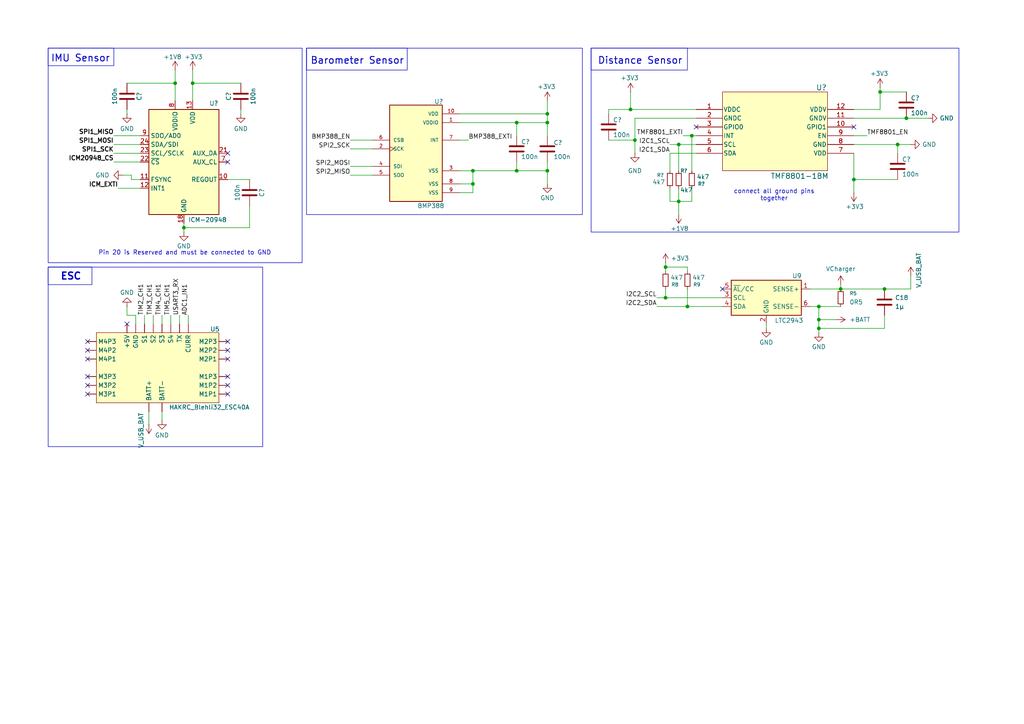
<source format=kicad_sch>
(kicad_sch (version 20250114) (generator "eeschema") (generator_version "9.0")
  (paper "A4")
  (lib_symbols
    (symbol "Battery_Management:LTC2942"
      (property "Reference" "U" (at -10.16 6.35 0))
      (property "Value" "LTC2942" (at 10.16 6.35 0))
      (symbol "LTC2942_0_1"
        (rectangle (start -10.16 5.08) (end 10.16 -5.08) (stroke (width 0.254)) (fill (type background)))
      )
      (symbol "LTC2942_1_1"
        (pin bidirectional line (at -12.7 2.54 0) (length 2.54) (name "~{AL}/CC") (number "5"))
        (pin input line (at -12.7 0 0) (length 2.54) (name "SCL") (number "3"))
        (pin bidirectional line (at -12.7 -2.54 0) (length 2.54) (name "SDA") (number "4"))
        (pin power_in line (at 0 -7.62 90) (length 2.54) (name "GND") (number "2"))
        (pin passive line (at 12.7 2.54 180) (length 2.54) (name "SENSE+") (number "1"))
        (pin passive line (at 12.7 -2.54 180) (length 2.54) (name "SENSE-") (number "6"))
      )
    )
    (symbol "Device:C" (pin_numbers (hide yes)) (pin_names (offset 0.254))
      (property "Reference" "C" (at 0.635 2.54 0))
      (property "Value" "C" (at 0.635 -2.54 0))
      (symbol "C_0_1"
        (polyline (pts (xy -2.032 0.762) (xy 2.032 0.762)) (stroke (width 0.508)))
        (polyline (pts (xy -2.032 -0.762) (xy 2.032 -0.762)) (stroke (width 0.508)))
      )
      (symbol "C_1_1"
        (pin passive line (at 0 3.81 270) (length 2.794) (name "~") (number "1"))
        (pin passive line (at 0 -3.81 90) (length 2.794) (name "~") (number "2"))
      )
    )
    (symbol "Device:R_Small" (pin_numbers (hide yes)) (pin_names (offset 0.254) (hide yes))
      (property "Reference" "R" (at 0 0 90))
      (property "Value" "R_Small" (at 1.778 0 90))
      (symbol "R_Small_0_1"
        (rectangle (start -0.762 1.778) (end 0.762 -1.778) (stroke (width 0.2032)))
      )
      (symbol "R_Small_1_1"
        (pin passive line (at 0 2.54 270) (length 0.762) (name "~") (number "1"))
        (pin passive line (at 0 -2.54 90) (length 0.762) (name "~") (number "2"))
      )
    )
    (symbol "Sensor_Motion:ICM-20948"
      (property "Reference" "U" (at -11.43 16.51 0))
      (property "Value" "ICM-20948" (at 7.62 -16.51 0))
      (symbol "ICM-20948_0_1"
        (rectangle (start -10.16 15.24) (end 10.16 -15.24) (stroke (width 0.254)) (fill (type background)))
      )
      (symbol "ICM-20948_1_1"
        (pin bidirectional line (at -12.7 7.62 0) (length 2.54) (name "SDO/AD0") (number "9"))
        (pin bidirectional line (at -12.7 5.08 0) (length 2.54) (name "SDA/SDI") (number "24"))
        (pin input line (at -12.7 2.54 0) (length 2.54) (name "SCL/SCLK") (number "23"))
        (pin input line (at -12.7 0 0) (length 2.54) (name "~{CS}") (number "22"))
        (pin input line (at -12.7 -5.08 0) (length 2.54) (name "FSYNC") (number "11"))
        (pin output line (at -12.7 -7.62 0) (length 2.54) (name "INT1") (number "12"))
        (pin no_connect line (at -10.16 12.7 0) (length 2.54) (hide yes) (name "NC") (number "1"))
        (pin no_connect line (at -10.16 10.16 0) (length 2.54) (hide yes) (name "NC") (number "2"))
        (pin no_connect line (at -10.16 -2.54 0) (length 2.54) (hide yes) (name "NC") (number "3"))
        (pin no_connect line (at -10.16 -10.16 0) (length 2.54) (hide yes) (name "NC") (number "4"))
        (pin no_connect line (at -10.16 -12.7 0) (length 2.54) (hide yes) (name "NC") (number "5"))
        (pin power_in line (at -2.54 17.78 270) (length 2.54) (name "VDDIO") (number "8"))
        (pin power_in line (at 0 -17.78 90) (length 2.54) (name "GND") (number "18"))
        (pin passive line (at 0 -17.78 90) (length 2.54) (hide yes) (name "GND") (number "20"))
        (pin power_in line (at 2.54 17.78 270) (length 2.54) (name "VDD") (number "13"))
        (pin no_connect line (at 10.16 10.16 180) (length 2.54) (hide yes) (name "NC") (number "6"))
        (pin no_connect line (at 10.16 7.62 180) (length 2.54) (hide yes) (name "NC") (number "14"))
        (pin no_connect line (at 10.16 5.08 180) (length 2.54) (hide yes) (name "NC") (number "15"))
        (pin no_connect line (at 10.16 -7.62 180) (length 2.54) (hide yes) (name "NC") (number "16"))
        (pin no_connect line (at 10.16 -10.16 180) (length 2.54) (hide yes) (name "NC") (number "17"))
        (pin no_connect line (at 10.16 -12.7 180) (length 2.54) (hide yes) (name "RESV") (number "19"))
        (pin bidirectional line (at 12.7 2.54 180) (length 2.54) (name "AUX_DA") (number "21"))
        (pin output line (at 12.7 0 180) (length 2.54) (name "AUX_CL") (number "7"))
        (pin passive line (at 12.7 -5.08 180) (length 2.54) (name "REGOUT") (number "10"))
      )
    )
    (symbol "power:+1V8" (power) (pin_numbers (hide yes)) (pin_names (offset 0) (hide yes))
      (property "Value" "+1V8" (at 0 3.556 0))
      (symbol "+1V8_0_1"
        (polyline (pts (xy -0.762 1.27) (xy 0 2.54)))
        (polyline (pts (xy 0 2.54) (xy 0.762 1.27)))
        (polyline (pts (xy 0 0) (xy 0 2.54)))
      )
      (symbol "+1V8_1_1"
        (pin power_in line (at 0 0 90) (length 0) (name "~") (number "1"))
      )
    )
    (symbol "power:+3.3V" (power) (pin_numbers (hide yes)) (pin_names (offset 0) (hide yes))
      (property "Value" "+3.3V" (at 0 3.556 0))
      (symbol "+3.3V_0_1"
        (polyline (pts (xy -0.762 1.27) (xy 0 2.54)))
        (polyline (pts (xy 0 2.54) (xy 0.762 1.27)))
        (polyline (pts (xy 0 0) (xy 0 2.54)))
      )
      (symbol "+3.3V_1_1"
        (pin power_in line (at 0 0 90) (length 0) (name "~") (number "1"))
      )
    )
    (symbol "power:+BATT" (power) (pin_numbers (hide yes)) (pin_names (offset 0) (hide yes))
      (property "Value" "+BATT" (at 0 3.556 0))
      (symbol "+BATT_0_1"
        (polyline (pts (xy -0.762 1.27) (xy 0 2.54)))
        (polyline (pts (xy 0 2.54) (xy 0.762 1.27)))
        (polyline (pts (xy 0 0) (xy 0 2.54)))
      )
      (symbol "+BATT_1_1"
        (pin power_in line (at 0 0 90) (length 0) (name "~") (number "1"))
      )
    )
    (symbol "power:GND" (power) (pin_numbers (hide yes)) (pin_names (offset 0) (hide yes))
      (property "Value" "GND" (at 0 -3.81 0))
      (symbol "GND_0_1"
        (polyline (pts (xy 0 0) (xy 0 -1.27) (xy 1.27 -1.27) (xy 0 -2.54) (xy -1.27 -1.27) (xy 0 -1.27)))
      )
      (symbol "GND_1_1"
        (pin power_in line (at 0 0 270) (length 0) (name "~") (number "1"))
      )
    )
    (symbol "power:LINE" (power) (pin_numbers (hide yes)) (pin_names (offset 0) (hide yes))
      (property "Value" "LINE" (at 0 3.556 0))
      (symbol "LINE_0_1"
        (polyline (pts (xy -0.762 1.27) (xy 0 2.54)))
        (polyline (pts (xy 0 2.54) (xy 0.762 1.27)))
        (polyline (pts (xy 0 0) (xy 0 2.54)))
      )
      (symbol "LINE_1_1"
        (pin power_in line (at 0 0 90) (length 0) (name "~") (number "1"))
      )
    )
    (symbol "power:VCC" (power) (pin_numbers (hide yes)) (pin_names (offset 0) (hide yes))
      (property "Value" "VCC" (at 0 3.556 0))
      (symbol "VCC_0_1"
        (polyline (pts (xy -0.762 1.27) (xy 0 2.54)))
        (polyline (pts (xy 0 2.54) (xy 0.762 1.27)))
        (polyline (pts (xy 0 0) (xy 0 2.54)))
      )
      (symbol "VCC_1_1"
        (pin power_in line (at 0 0 90) (length 0) (name "~") (number "1"))
      )
    )
    (symbol "shopie-hwLibrary:BMP388" (pin_names (offset 1.016))
      (property "Reference" "U?" (at 6.604 16.256 0))
      (property "Value" "BMP388" (at 4.318 -13.97 0))
      (symbol "BMP388_0_0"
        (rectangle (start -7.62 15.24) (end 7.62 -12.7) (stroke (width 0.254)) (fill (type background)))
        (pin input line (at -12.7 5.08 0) (length 5.08) (name "CSB") (number "6"))
        (pin input clock (at -12.7 2.54 0) (length 5.08) (name "SCK") (number "2"))
        (pin bidirectional line (at -12.7 -2.54 0) (length 5.08) (name "SDI") (number "4"))
        (pin bidirectional line (at -12.7 -5.08 0) (length 5.08) (name "SDO") (number "5"))
        (pin power_in line (at 12.7 12.7 180) (length 5.08) (name "VDD") (number "10"))
        (pin power_in line (at 12.7 10.16 180) (length 5.08) (name "VDDIO") (number "1"))
        (pin output line (at 12.7 5.08 180) (length 5.08) (name "INT") (number "7"))
        (pin power_in line (at 12.7 -3.81 180) (length 5.08) (name "VSS") (number "3"))
        (pin power_in line (at 12.7 -7.62 180) (length 5.08) (name "VSS") (number "8"))
        (pin power_in line (at 12.7 -10.16 180) (length 5.08) (name "VSS") (number "9"))
      )
    )
    (symbol "shopie-hwLibrary:HAKRC_Blehli32_ESC40A"
      (property "Reference" "U" (at 16.002 11.176 0))
      (property "Value" "HAKRC_Blehli32_ESC40A" (at 14.224 -11.176 0))
      (symbol "HAKRC_Blehli32_ESC40A_1_1"
        (rectangle (start -17.78 10.16) (end 17.78 -10.16) (fill (type background)))
        (pin input line (at -20.32 7.62 0) (length 2.54) (name "M4P3") (number ""))
        (pin input line (at -20.32 5.08 0) (length 2.54) (name "M4P2") (number ""))
        (pin input line (at -20.32 2.54 0) (length 2.54) (name "M4P1") (number ""))
        (pin input line (at -20.32 -2.54 0) (length 2.54) (name "M3P3") (number ""))
        (pin input line (at -20.32 -5.08 0) (length 2.54) (name "M3P2") (number ""))
        (pin input line (at -20.32 -7.62 0) (length 2.54) (name "M3P1") (number ""))
        (pin power_out line (at -8.89 12.7 270) (length 2.54) (name "+5V") (number ""))
        (pin power_in line (at -6.35 12.7 270) (length 2.54) (name "GND") (number ""))
        (pin input line (at -3.81 12.7 270) (length 2.54) (name "S1") (number ""))
        (pin input line (at -2.54 -12.7 90) (length 2.54) (name "BATT+") (number ""))
        (pin input line (at -1.27 12.7 270) (length 2.54) (name "S2") (number ""))
        (pin input line (at 1.27 12.7 270) (length 2.54) (name "S3") (number ""))
        (pin input line (at 1.27 -12.7 90) (length 2.54) (name "BATT-") (number ""))
        (pin input line (at 3.81 12.7 270) (length 2.54) (name "S4") (number ""))
        (pin output line (at 6.35 12.7 270) (length 2.54) (name "TX") (number ""))
        (pin output line (at 8.89 12.7 270) (length 2.54) (name "CURR") (number ""))
        (pin input line (at 20.32 7.62 180) (length 2.54) (name "M2P3") (number ""))
        (pin input line (at 20.32 5.08 180) (length 2.54) (name "M2P2") (number ""))
        (pin input line (at 20.32 2.54 180) (length 2.54) (name "M2P1") (number ""))
        (pin input line (at 20.32 -2.54 180) (length 2.54) (name "M1P3") (number ""))
        (pin input line (at 20.32 -5.08 180) (length 2.54) (name "M1P2") (number ""))
        (pin input line (at 20.32 -7.62 180) (length 2.54) (name "M1P1") (number ""))
      )
    )
    (symbol "shopie-hwLibrary:TMF8801-1BM" (pin_names (offset 0.254))
      (property "Reference" "U?" (at 36.322 6.35 0))
      (property "Value" "TMF8801-1BM" (at 29.972 -19.304 0))
      (symbol "TMF8801-1BM_0_1"
        (pin unspecified line (at 0 0 0) (length 7.62) (name "VDDC") (number "1"))
        (pin unspecified line (at 0 -2.54 0) (length 7.62) (name "GNDC") (number "2"))
        (pin unspecified line (at 0 -5.08 0) (length 7.62) (name "GPIO0") (number "3"))
        (pin unspecified line (at 0 -7.62 0) (length 7.62) (name "INT") (number "4"))
        (pin unspecified line (at 0 -10.16 0) (length 7.62) (name "SCL") (number "5"))
        (pin unspecified line (at 0 -12.7 0) (length 7.62) (name "SDA") (number "6"))
        (pin unspecified line (at 45.72 0 180) (length 7.62) (name "VDDV") (number "12"))
        (pin unspecified line (at 45.72 -2.54 180) (length 7.62) (name "GNDV") (number "11"))
        (pin unspecified line (at 45.72 -5.08 180) (length 7.62) (name "GPIO1") (number "10"))
        (pin unspecified line (at 45.72 -7.62 180) (length 7.62) (name "EN") (number "9"))
        (pin unspecified line (at 45.72 -10.16 180) (length 7.62) (name "GND") (number "8"))
        (pin unspecified line (at 45.72 -12.7 180) (length 7.62) (name "VDD") (number "7"))
      )
      (symbol "TMF8801-1BM_1_1"
        (rectangle (start 7.62 5.08) (end 38.1 -17.78) (fill (type background)))
      )
    )
  )
  (rectangle (start 171.45 13.97) (end 199.39 20.32))
  (rectangle (start 88.9 13.97) (end 118.11 20.32))
  (rectangle (start 13.97 77.47) (end 26.67 82.55))
  (rectangle (start 171.45 13.97) (end 278.13 67.31))
  (rectangle (start 13.97 13.97) (end 87.63 76.2))
  (rectangle (start 88.9 13.97) (end 168.91 62.23))
  (rectangle (start 13.97 77.47) (end 76.2 129.54))
  (rectangle (start 13.97 13.97) (end 33.02 19.05))
  (text "Pin 20 is Reserved and must be connected to GND\n" (at 53.594 73.406 0) (effects (font (size 1.27 1.27) (thickness 0.1588))))
  (text "connect all ground pins\ntogether" (at 224.536 56.642 0) (effects (font (size 1.27 1.27))))
  (text "IMU Sensor\n" (at 23.368 17.018 0) (effects (font (size 2 2) (thickness 0.254) (bold yes))))
  (text "Barometer Sensor\n\n" (at 103.632 19.304 0) (effects (font (size 2 2) (thickness 0.254) (bold yes))))
  (text "ESC\n" (at 20.574 80.264 0) (effects (font (size 2 2) (thickness 0.4) (bold yes))))
  (text "Distance Sensor\n\n" (at 185.674 19.304 0) (effects (font (size 2 2) (thickness 0.254) (bold yes))))
  (junction (at 158.75 49.53))
  (junction (at 256.54 83.82))
  (junction (at 262.89 34.29))
  (junction (at 237.49 92.71))
  (junction (at 196.85 58.42))
  (junction (at 137.16 53.34))
  (junction (at 200.66 39.37))
  (junction (at 55.88 24.13))
  (junction (at 149.86 49.53))
  (junction (at 158.75 35.56))
  (junction (at 260.35 41.91))
  (junction (at 182.88 31.75))
  (junction (at 158.75 33.02))
  (junction (at 193.04 77.47))
  (junction (at 53.34 66.04))
  (junction (at 149.86 35.56))
  (junction (at 247.65 52.07))
  (junction (at 199.39 88.9))
  (junction (at 137.16 49.53))
  (junction (at 193.04 86.36))
  (junction (at 184.15 40.64))
  (junction (at 237.49 95.25))
  (junction (at 50.8 24.13))
  (junction (at 255.27 26.67))
  (junction (at 196.85 41.91))
  (junction (at 243.84 83.82))
  (junction (at 237.49 88.9))
  (no_connect (at 209.55 83.82))
  (no_connect (at 66.04 44.45))
  (no_connect (at 66.04 46.99))
  (no_connect (at 36.83 93.98))
  (no_connect (at 25.4 101.6))
  (no_connect (at 247.65 36.83))
  (no_connect (at 66.04 114.3))
  (no_connect (at 66.04 101.6))
  (no_connect (at 25.4 111.76))
  (no_connect (at 66.04 104.14))
  (no_connect (at 66.04 99.06))
  (no_connect (at 25.4 109.22))
  (no_connect (at 201.93 36.83))
  (no_connect (at 25.4 114.3))
  (no_connect (at 66.04 109.22))
  (no_connect (at 66.04 111.76))
  (no_connect (at 25.4 104.14))
  (no_connect (at 25.4 99.06))
  (wire (pts (xy 182.88 31.75) (xy 201.93 31.75)))
  (wire (pts (xy 255.27 26.67) (xy 255.27 31.75)))
  (wire (pts (xy 158.75 35.56) (xy 158.75 33.02)))
  (wire (pts (xy 33.02 44.45) (xy 40.64 44.45)))
  (wire (pts (xy 237.49 88.9) (xy 243.84 88.9)))
  (wire (pts (xy 38.1 52.07) (xy 40.64 52.07)))
  (wire (pts (xy 36.83 91.44) (xy 39.37 91.44)))
  (wire (pts (xy 49.53 91.44) (xy 49.53 93.98)))
  (wire (pts (xy 35.56 50.8) (xy 38.1 50.8)))
  (wire (pts (xy 137.16 55.88) (xy 137.16 53.34)))
  (wire (pts (xy 194.31 58.42) (xy 196.85 58.42)))
  (wire (pts (xy 184.15 34.29) (xy 201.93 34.29)))
  (wire (pts (xy 199.39 83.82) (xy 199.39 88.9)))
  (wire (pts (xy 247.65 52.07) (xy 247.65 55.88)))
  (wire (pts (xy 53.34 64.77) (xy 53.34 66.04)))
  (wire (pts (xy 149.86 49.53) (xy 158.75 49.53)))
  (wire (pts (xy 247.65 39.37) (xy 251.46 39.37)))
  (wire (pts (xy 222.25 93.98) (xy 222.25 95.25)))
  (wire (pts (xy 193.04 77.47) (xy 193.04 78.74)))
  (wire (pts (xy 55.88 24.13) (xy 69.85 24.13)))
  (wire (pts (xy 200.66 58.42) (xy 196.85 58.42)))
  (wire (pts (xy 234.95 83.82) (xy 243.84 83.82)))
  (wire (pts (xy 55.88 24.13) (xy 55.88 29.21)))
  (wire (pts (xy 36.83 31.75) (xy 36.83 33.02)))
  (wire (pts (xy 255.27 26.67) (xy 262.89 26.67)))
  (wire (pts (xy 176.53 31.75) (xy 176.53 33.02)))
  (wire (pts (xy 176.53 40.64) (xy 184.15 40.64)))
  (wire (pts (xy 196.85 58.42) (xy 196.85 62.23)))
  (wire (pts (xy 137.16 49.53) (xy 149.86 49.53)))
  (wire (pts (xy 247.65 44.45) (xy 247.65 52.07)))
  (wire (pts (xy 72.39 66.04) (xy 53.34 66.04)))
  (wire (pts (xy 149.86 35.56) (xy 158.75 35.56)))
  (wire (pts (xy 237.49 92.71) (xy 237.49 95.25)))
  (wire (pts (xy 46.99 91.44) (xy 46.99 93.98)))
  (wire (pts (xy 247.65 34.29) (xy 262.89 34.29)))
  (wire (pts (xy 101.6 40.64) (xy 107.95 40.64)))
  (wire (pts (xy 200.66 39.37) (xy 201.93 39.37)))
  (wire (pts (xy 72.39 59.69) (xy 72.39 66.04)))
  (wire (pts (xy 137.16 49.53) (xy 137.16 53.34)))
  (wire (pts (xy 158.75 53.34) (xy 158.75 49.53)))
  (wire (pts (xy 149.86 39.37) (xy 149.86 35.56)))
  (wire (pts (xy 36.83 24.13) (xy 50.8 24.13)))
  (wire (pts (xy 55.88 20.32) (xy 55.88 24.13)))
  (wire (pts (xy 149.86 49.53) (xy 149.86 46.99)))
  (wire (pts (xy 262.89 34.29) (xy 269.24 34.29)))
  (wire (pts (xy 247.65 31.75) (xy 255.27 31.75)))
  (wire (pts (xy 101.6 50.8) (xy 107.95 50.8)))
  (wire (pts (xy 158.75 49.53) (xy 158.75 46.99)))
  (wire (pts (xy 176.53 31.75) (xy 182.88 31.75)))
  (wire (pts (xy 133.35 49.53) (xy 137.16 49.53)))
  (wire (pts (xy 194.31 41.91) (xy 196.85 41.91)))
  (wire (pts (xy 133.35 33.02) (xy 158.75 33.02)))
  (wire (pts (xy 256.54 83.82) (xy 264.16 83.82)))
  (wire (pts (xy 199.39 88.9) (xy 209.55 88.9)))
  (wire (pts (xy 200.66 54.61) (xy 200.66 58.42)))
  (wire (pts (xy 54.61 91.44) (xy 54.61 93.98)))
  (wire (pts (xy 50.8 29.21) (xy 50.8 24.13)))
  (wire (pts (xy 234.95 88.9) (xy 237.49 88.9)))
  (wire (pts (xy 190.5 88.9) (xy 199.39 88.9)))
  (wire (pts (xy 199.39 77.47) (xy 199.39 78.74)))
  (wire (pts (xy 247.65 52.07) (xy 260.35 52.07)))
  (wire (pts (xy 194.31 44.45) (xy 201.93 44.45)))
  (wire (pts (xy 69.85 33.02) (xy 69.85 31.75)))
  (wire (pts (xy 247.65 41.91) (xy 260.35 41.91)))
  (wire (pts (xy 133.35 55.88) (xy 137.16 55.88)))
  (wire (pts (xy 41.91 91.44) (xy 41.91 93.98)))
  (wire (pts (xy 196.85 41.91) (xy 196.85 49.53)))
  (wire (pts (xy 256.54 95.25) (xy 237.49 95.25)))
  (wire (pts (xy 38.1 50.8) (xy 38.1 52.07)))
  (wire (pts (xy 66.04 52.07) (xy 72.39 52.07)))
  (wire (pts (xy 36.83 88.9) (xy 36.83 91.44)))
  (wire (pts (xy 264.16 80.01) (xy 264.16 83.82)))
  (wire (pts (xy 193.04 76.2) (xy 193.04 77.47)))
  (wire (pts (xy 260.35 41.91) (xy 260.35 44.45)))
  (wire (pts (xy 39.37 91.44) (xy 39.37 93.98)))
  (wire (pts (xy 194.31 44.45) (xy 194.31 49.53)))
  (wire (pts (xy 33.02 46.99) (xy 40.64 46.99)))
  (wire (pts (xy 33.02 41.91) (xy 40.64 41.91)))
  (wire (pts (xy 243.84 83.82) (xy 256.54 83.82)))
  (wire (pts (xy 133.35 53.34) (xy 137.16 53.34)))
  (wire (pts (xy 33.02 39.37) (xy 40.64 39.37)))
  (wire (pts (xy 200.66 39.37) (xy 200.66 49.53)))
  (wire (pts (xy 196.85 58.42) (xy 196.85 54.61)))
  (wire (pts (xy 242.57 92.71) (xy 237.49 92.71)))
  (wire (pts (xy 184.15 40.64) (xy 184.15 44.45)))
  (wire (pts (xy 237.49 88.9) (xy 237.49 92.71)))
  (wire (pts (xy 255.27 25.4) (xy 255.27 26.67)))
  (wire (pts (xy 50.8 20.32) (xy 50.8 24.13)))
  (wire (pts (xy 193.04 86.36) (xy 209.55 86.36)))
  (wire (pts (xy 193.04 77.47) (xy 199.39 77.47)))
  (wire (pts (xy 158.75 39.37) (xy 158.75 35.56)))
  (wire (pts (xy 194.31 54.61) (xy 194.31 58.42)))
  (wire (pts (xy 243.84 82.55) (xy 243.84 83.82)))
  (wire (pts (xy 198.12 39.37) (xy 200.66 39.37)))
  (wire (pts (xy 184.15 40.64) (xy 184.15 34.29)))
  (wire (pts (xy 101.6 48.26) (xy 107.95 48.26)))
  (wire (pts (xy 43.18 119.38) (xy 43.18 123.19)))
  (wire (pts (xy 158.75 29.21) (xy 158.75 33.02)))
  (wire (pts (xy 133.35 40.64) (xy 135.89 40.64)))
  (wire (pts (xy 52.07 91.44) (xy 52.07 93.98)))
  (wire (pts (xy 190.5 86.36) (xy 193.04 86.36)))
  (wire (pts (xy 46.99 119.38) (xy 46.99 121.92)))
  (wire (pts (xy 260.35 41.91) (xy 264.16 41.91)))
  (wire (pts (xy 196.85 41.91) (xy 201.93 41.91)))
  (wire (pts (xy 44.45 91.44) (xy 44.45 93.98)))
  (wire (pts (xy 182.88 26.67) (xy 182.88 31.75)))
  (wire (pts (xy 256.54 91.44) (xy 256.54 95.25)))
  (wire (pts (xy 53.34 67.31) (xy 53.34 66.04)))
  (wire (pts (xy 101.6 43.18) (xy 107.95 43.18)))
  (wire (pts (xy 133.35 35.56) (xy 149.86 35.56)))
  (wire (pts (xy 193.04 83.82) (xy 193.04 86.36)))
  (wire (pts (xy 34.29 54.61) (xy 40.64 54.61)))
  (wire (pts (xy 237.49 95.25) (xy 237.49 96.52)))
  (label "SPI1_MISO" (at 33.02 39.37 180) (effects (font (thickness 0.254) (bold yes))))
  (label "I2C1_SDA" (at 194.31 44.45 180))
  (label "ICM_EXTI" (at 34.29 54.61 180) (effects (font (thickness 0.254) (bold yes))))
  (label "I2C2_SDA" (at 190.5 88.9 180))
  (label "TIM5_CH1" (at 49.53 91.44 90))
  (label "USART3_RX" (at 52.07 91.44 90))
  (label "SPI1_MOSI" (at 33.02 41.91 180) (effects (font (thickness 0.254) (bold yes))))
  (label "SPI2_SCK" (at 101.6 43.18 180))
  (label "SPI1_SCK" (at 33.02 44.45 180) (effects (font (thickness 0.254) (bold yes))))
  (label "SPI2_MISO" (at 101.6 50.8 180))
  (label "ICM20948_CS" (at 33.02 46.99 180) (effects (font (thickness 0.254) (bold yes))))
  (label "TMF8801_EXTI" (at 198.12 39.37 180))
  (label "BMP388_EXTI" (at 135.89 40.64 0))
  (label "SPI2_MOSI" (at 101.6 48.26 180))
  (label "I2C1_SCL" (at 194.31 41.91 180))
  (label "BMP388_EN" (at 101.6 40.64 180))
  (label "TIM3_CH1" (at 44.45 91.44 90))
  (label "TIM2_CH1" (at 41.91 91.44 90))
  (label "ADC1_IN1" (at 54.61 91.44 90))
  (label "TMF8801_EN" (at 251.46 39.37 0))
  (label "TIM4_CH1" (at 46.99 91.44 90))
  (label "I2C2_SCL" (at 190.5 86.36 180))
  (symbol (lib_id "shopie-hwLibrary:BMP388") (at 120.65 45.72 0) (unit 1)
    (property "Reference" "U?" (at 127.254 29.464 0))
    (property "Value" "BMP388" (at 124.968 59.69 0))
    (property "Footprint" "ShopieLibrary:BMP388" (effects (hide yes)))
    (property "MF" "Bosch Sensortec" (effects (hide yes)))
    (property "Description_1" "Pressure Sensor 4.35PSI ~ 18.13PSI (30kPa ~ 125kPa) Absolute - - 10-WFLGA" (effects (hide yes)))
    (property "Package" "WFLGA-10 Bosch Tools" (effects (hide yes)))
    (property "Price" "None" (effects (hide yes)))
    (property "Check_prices" "https://www.snapeda.com/parts/BMP388/Bosch/view-part/?ref=eda" (effects (hide yes)))
    (property "STANDARD" "IPC 7351B" (effects (hide yes)))
    (property "PARTREV" "1.1" (effects (hide yes)))
    (property "SnapEDA_Link" "https://www.snapeda.com/parts/BMP388/Bosch/view-part/?ref=snap" (effects (hide yes)))
    (property "MP" "BMP388" (effects (hide yes)))
    (property "Availability" "In Stock" (effects (hide yes)))
    (property "MANUFACTURER" "BOSCH" (effects (hide yes)))
  )
  (symbol (lib_id "power:GND") (at 158.75 53.34 0) (unit 1)
    (property "Reference" "#PWR0108" (effects (hide yes)))
    (property "Value" "GND" (at 158.75 57.404 0))
    (property "Description" "Power symbol creates a global label with name \"GND\" , ground" (effects (hide yes)))
  )
  (symbol (lib_id "power:+3.3V") (at 193.04 76.2 0) (unit 1)
    (property "Reference" "#PWR054" (effects (hide yes)))
    (property "Value" "+3V3" (at 194.564 74.93 0) (effects (justify left)))
    (property "Description" "Power symbol creates a global label with name \"+3.3V\"" (effects (hide yes)))
  )
  (symbol (lib_id "power:+1V8") (at 50.8 20.32 0) (unit 1)
    (property "Reference" "#PWR0101" (effects (hide yes)))
    (property "Value" "+1V8" (at 50.038 16.51 0))
    (property "Description" "Power symbol creates a global label with name \"+1V8\"" (effects (hide yes)))
  )
  (symbol (lib_id "Device:R_Small") (at 199.39 81.28 0) (unit 1)
    (property "Reference" "R9" (at 203.2 82.55 0) (effects (font (size 1.016 1.016)) (justify right)))
    (property "Value" "4k7" (at 204.47 80.518 0) (effects (justify right)))
    (property "Description" "Resistor, small symbol" (effects (hide yes)))
  )
  (symbol (lib_id "power:GND") (at 36.83 33.02 0) (unit 1)
    (property "Reference" "#PWR0105" (effects (hide yes)))
    (property "Value" "GND" (at 36.83 37.338 0))
    (property "Description" "Power symbol creates a global label with name \"GND\" , ground" (effects (hide yes)))
  )
  (symbol (lib_id "power:+3.3V") (at 158.75 29.21 0) (unit 1)
    (property "Reference" "#PWR0107" (effects (hide yes)))
    (property "Value" "+3V3" (at 158.496 25.146 0))
    (property "Description" "Power symbol creates a global label with name \"+3.3V\"" (effects (hide yes)))
  )
  (symbol (lib_id "power:GND") (at 237.49 96.52 0) (unit 1)
    (property "Reference" "#PWR037" (effects (hide yes)))
    (property "Value" "GND" (at 237.49 100.584 0))
    (property "Description" "Power symbol creates a global label with name \"GND\" , ground" (effects (hide yes)))
  )
  (symbol (lib_id "power:LINE") (at 264.16 80.01 0) (unit 1)
    (property "Reference" "#PWR035" (effects (hide yes)))
    (property "Value" "V_USB_BAT" (at 266.446 83.566 90) (effects (justify left)))
    (property "Description" "Power symbol creates a global label with name \"LINE\"" (effects (hide yes)))
  )
  (symbol (lib_id "Device:C") (at 260.35 48.26 0) (unit 1)
    (property "Reference" "C?" (at 261.62 46.228 0) (effects (justify left)))
    (property "Value" "100n" (at 261.62 50.546 0) (effects (justify left)))
    (property "Description" "CL21B104KBCNNNC" (effects (hide yes)))
  )
  (symbol (lib_id "power:+3.3V") (at 196.85 62.23 180) (unit 1)
    (property "Reference" "#PWR0111" (effects (hide yes)))
    (property "Value" "+1V8" (at 197.104 66.294 0))
    (property "Description" "Power symbol creates a global label with name \"+3.3V\"" (effects (hide yes)))
  )
  (symbol (lib_id "power:+3.3V") (at 182.88 26.67 0) (unit 1)
    (property "Reference" "#PWR0109" (effects (hide yes)))
    (property "Value" "+3V3" (at 182.626 22.606 0))
    (property "Description" "Power symbol creates a global label with name \"+3.3V\"" (effects (hide yes)))
  )
  (symbol (lib_id "Device:C") (at 36.83 27.94 180) (unit 1)
    (property "Reference" "C?" (at 40.386 27.94 90))
    (property "Value" "100n" (at 33.274 27.94 90))
    (property "Description" "CL21B104KBCNNNC" (effects (hide yes)))
  )
  (symbol (lib_id "power:GND") (at 46.99 121.92 0) (unit 1)
    (property "Reference" "#PWR045" (effects (hide yes)))
    (property "Value" "GND" (at 49.022 126.238 0) (effects (justify right)))
    (property "Description" "Power symbol creates a global label with name \"GND\" , ground" (effects (hide yes)))
  )
  (symbol (lib_id "Device:R_Small") (at 196.85 52.07 0) (unit 1)
    (property "Reference" "R?" (at 199.39 49.53 0) (effects (font (size 1.016 1.016)) (justify right)))
    (property "Value" "4k7" (at 200.914 55.118 0) (effects (justify right)))
    (property "Description" "Resistor, small symbol" (effects (hide yes)))
  )
  (symbol (lib_id "power:GND") (at 269.24 34.29 90) (unit 1)
    (property "Reference" "#PWR0114" (effects (hide yes)))
    (property "Value" "GND" (at 272.542 34.29 90) (effects (justify right)))
    (property "Description" "Power symbol creates a global label with name \"GND\" , ground" (effects (hide yes)))
  )
  (symbol (lib_id "Device:R_Small") (at 194.31 52.07 180) (unit 1)
    (property "Reference" "R?" (at 190.5 50.8 0) (effects (font (size 1.016 1.016)) (justify right)))
    (property "Value" "4k7" (at 189.23 52.832 0) (effects (justify right)))
    (property "Description" "Resistor, small symbol" (effects (hide yes)))
  )
  (symbol (lib_id "Device:C") (at 72.39 55.88 180) (unit 1)
    (property "Reference" "C?" (at 75.946 55.88 90))
    (property "Value" "100n" (at 68.834 55.88 90))
    (property "Description" "CL21B104KBCNNNC" (effects (hide yes)))
  )
  (symbol (lib_id "Device:C") (at 256.54 87.63 0) (unit 1)
    (property "Reference" "C18" (at 259.588 86.36 0) (effects (justify left)))
    (property "Value" "1µ" (at 259.588 88.9 0) (effects (justify left)))
    (property "Description" "CL21B105KBFNNNE" (effects (hide yes)))
  )
  (symbol (lib_id "Device:R_Small") (at 243.84 86.36 0) (unit 1)
    (property "Reference" "R5" (at 246.38 85.0899 0) (effects (font (size 1.016 1.016)) (justify left)))
    (property "Value" "0R5" (at 246.38 87.6299 0) (effects (justify left)))
    (property "Description" "Resistor, small symbol" (effects (hide yes)))
  )
  (symbol (lib_id "power:GND") (at 222.25 95.25 0) (unit 1)
    (property "Reference" "#PWR053" (effects (hide yes)))
    (property "Value" "GND" (at 222.25 99.314 0))
    (property "Description" "Power symbol creates a global label with name \"GND\" , ground" (effects (hide yes)))
  )
  (symbol (lib_id "Device:C") (at 262.89 30.48 0) (unit 1)
    (property "Reference" "C?" (at 264.16 28.448 0) (effects (justify left)))
    (property "Value" "100n" (at 264.16 32.766 0) (effects (justify left)))
    (property "Description" "CL21B104KBCNNNC" (effects (hide yes)))
  )
  (symbol (lib_id "Device:C") (at 69.85 27.94 0) (unit 1)
    (property "Reference" "C?" (at 66.294 27.94 90))
    (property "Value" "100n" (at 73.406 27.94 90))
    (property "Description" "CL21B104KBCNNNC" (effects (hide yes)))
  )
  (symbol (lib_id "power:GND") (at 53.34 67.31 0) (unit 1)
    (property "Reference" "#PWR0104" (effects (hide yes)))
    (property "Value" "GND" (at 53.34 71.374 0))
    (property "Description" "Power symbol creates a global label with name \"GND\" , ground" (effects (hide yes)))
  )
  (symbol (lib_id "power:+BATT") (at 242.57 92.71 270) (unit 1)
    (property "Reference" "#PWR034" (effects (hide yes)))
    (property "Value" "+BATT" (at 246.38 92.7099 90) (effects (justify left)))
    (property "Description" "Power symbol creates a global label with name \"+BATT\"" (effects (hide yes)))
  )
  (symbol (lib_id "power:GND") (at 264.16 41.91 90) (unit 1)
    (property "Reference" "#PWR0113" (effects (hide yes)))
    (property "Value" "GND" (at 267.462 41.91 90) (effects (justify right)))
    (property "Description" "Power symbol creates a global label with name \"GND\" , ground" (effects (hide yes)))
  )
  (symbol (lib_id "shopie-hwLibrary:TMF8801-1BM") (at 201.93 31.75 0) (unit 1)
    (property "Reference" "U?" (at 238.252 25.4 0) (effects (font (size 1.524 1.524))))
    (property "Value" "TMF8801-1BM" (at 231.902 51.054 0) (effects (font (size 1.524 1.524))))
    (property "Footprint" "ShopieLibrary:TMF8801-1BM_AMS" (effects (hide yes)))
    (property "Datasheet" "TMF8801-1BM" (effects (hide yes)))
  )
  (symbol (lib_id "Device:C") (at 149.86 43.18 0) (unit 1)
    (property "Reference" "C?" (at 151.13 41.148 0) (effects (justify left)))
    (property "Value" "100n" (at 151.13 45.466 0) (effects (justify left)))
    (property "Description" "CL21B104KBCNNNC" (effects (hide yes)))
  )
  (symbol (lib_id "Device:R_Small") (at 200.66 52.07 0) (unit 1)
    (property "Reference" "R?" (at 204.47 53.34 0) (effects (font (size 1.016 1.016)) (justify right)))
    (property "Value" "4k7" (at 205.74 51.308 0) (effects (justify right)))
    (property "Description" "Resistor, small symbol" (effects (hide yes)))
  )
  (symbol (lib_id "shopie-hwLibrary:HAKRC_Blehli32_ESC40A") (at 45.72 106.68 0) (unit 1)
    (property "Reference" "U5" (at 60.96 95.504 0) (effects (justify left)))
    (property "Value" "HAKRC_Blehli32_ESC40A" (at 49.022 118.11 0) (effects (justify left)))
  )
  (symbol (lib_id "power:LINE") (at 43.18 123.19 180) (unit 1)
    (property "Reference" "#PWR044" (effects (hide yes)))
    (property "Value" "V_USB_BAT" (at 40.894 119.634 90) (effects (justify left)))
    (property "Description" "Power symbol creates a global label with name \"LINE\"" (effects (hide yes)))
  )
  (symbol (lib_id "power:+3.3V") (at 255.27 25.4 0) (unit 1)
    (property "Reference" "#PWR0115" (effects (hide yes)))
    (property "Value" "+3V3" (at 255.016 21.336 0))
    (property "Description" "Power symbol creates a global label with name \"+3.3V\"" (effects (hide yes)))
  )
  (symbol (lib_id "power:VCC") (at 243.84 82.55 0) (unit 1)
    (property "Reference" "#PWR039" (effects (hide yes)))
    (property "Value" "VCharger" (at 243.84 77.978 0))
    (property "Description" "Power symbol creates a global label with name \"VCC\"" (effects (hide yes)))
  )
  (symbol (lib_id "Device:R_Small") (at 193.04 81.28 0) (unit 1)
    (property "Reference" "R8" (at 196.85 82.55 0) (effects (font (size 1.016 1.016)) (justify right)))
    (property "Value" "4k7" (at 198.12 80.518 0) (effects (justify right)))
    (property "Description" "Resistor, small symbol" (effects (hide yes)))
  )
  (symbol (lib_id "power:GND") (at 35.56 50.8 270) (unit 1)
    (property "Reference" "#PWR0103" (effects (hide yes)))
    (property "Value" "GND" (at 31.75 50.7999 90) (effects (justify right)))
    (property "Description" "Power symbol creates a global label with name \"GND\" , ground" (effects (hide yes)))
  )
  (symbol (lib_id "power:GND") (at 184.15 44.45 0) (unit 1)
    (property "Reference" "#PWR0110" (effects (hide yes)))
    (property "Value" "GND" (at 184.15 49.53 0))
    (property "Description" "Power symbol creates a global label with name \"GND\" , ground" (effects (hide yes)))
  )
  (symbol (lib_id "power:GND") (at 69.85 33.02 0) (unit 1)
    (property "Reference" "#PWR0102" (effects (hide yes)))
    (property "Value" "GND" (at 69.85 37.338 0))
    (property "Description" "Power symbol creates a global label with name \"GND\" , ground" (effects (hide yes)))
  )
  (symbol (lib_id "power:+3.3V") (at 55.88 20.32 0) (unit 1)
    (property "Reference" "#PWR0106" (effects (hide yes)))
    (property "Value" "+3V3" (at 56.134 16.51 0))
    (property "Description" "Power symbol creates a global label with name \"+3.3V\"" (effects (hide yes)))
  )
  (symbol (lib_id "Battery_Management:LTC2942") (at 222.25 86.36 0) (unit 1)
    (property "Reference" "U9" (at 231.14 80.01 0))
    (property "Value" "LTC2943" (at 228.854 92.964 0))
    (property "Footprint" "Package_DFN_QFN:DFN-6-1EP_3x2mm_P0.5mm_EP1.65x1.35mm" (effects (hide yes)))
    (property "Datasheet" "https://www.analog.com/media/en/technical-documentation/data-sheets/2942fa.pdf" (effects (hide yes)))
    (property "Description" "Battery Gas Gauge with Temperature, Voltage Measurement, DFN-6" (effects (hide yes)))
  )
  (symbol (lib_id "Device:C") (at 176.53 36.83 0) (unit 1)
    (property "Reference" "C?" (at 177.8 34.798 0) (effects (justify left)))
    (property "Value" "100n" (at 177.8 39.116 0) (effects (justify left)))
    (property "Description" "CL21B104KBCNNNC" (effects (hide yes)))
  )
  (symbol (lib_id "Sensor_Motion:ICM-20948") (at 53.34 46.99 0) (unit 1)
    (property "Reference" "U?" (at 60.706 29.972 0) (effects (justify left)))
    (property "Value" "ICM-20948" (at 54.61 63.754 0) (effects (justify left)))
    (property "Footprint" "Sensor_Motion:InvenSense_QFN-24_3x3mm_P0.4mm" (effects (hide yes)))
    (property "Datasheet" "http://www.invensense.com/wp-content/uploads/2016/06/DS-000189-ICM-20948-v1.3.pdf" (effects (hide yes)))
    (property "Description" "InvenSense 9-Axis Motion Sensor, Accelerometer, Gyroscope, Compass, I2C/SPI, QFN-24" (effects (hide yes)))
  )
  (symbol (lib_id "Device:C") (at 158.75 43.18 0) (unit 1)
    (property "Reference" "C?" (at 160.528 41.402 0) (effects (justify left)))
    (property "Value" "100n" (at 160.528 45.466 0) (effects (justify left)))
    (property "Description" "CL21B104KBCNNNC" (effects (hide yes)))
  )
  (symbol (lib_id "power:GND") (at 36.83 88.9 180) (unit 1)
    (property "Reference" "#PWR043" (effects (hide yes)))
    (property "Value" "GND" (at 36.83 84.836 0))
    (property "Description" "Power symbol creates a global label with name \"GND\" , ground" (effects (hide yes)))
  )
  (symbol (lib_id "power:+3.3V") (at 247.65 55.88 180) (unit 1)
    (property "Reference" "#PWR0112" (effects (hide yes)))
    (property "Value" "+3V3" (at 247.904 59.944 0))
    (property "Description" "Power symbol creates a global label with name \"+3.3V\"" (effects (hide yes)))
  )
)
</source>
